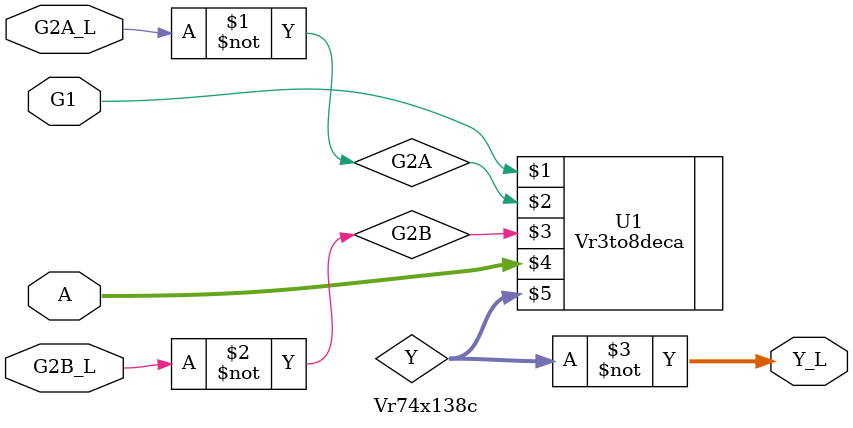
<source format=v>
module Vr74x138c(G1, G2A_L, G2B_L, A, Y_L);
  input G1, G2A_L, G2B_L;
  input [2:0] A;
  output [0:7] Y_L;
  wire G2A,G2B;
  wire [0:7] Y;

  assign G2A = ~G2A_L;  // Convert inputs
  assign G2B = ~G2B_L;
  assign Y_L = ~Y;      // Convert outputs
  Vr3to8deca U1 (G1, G2A, G2B, A, Y);
endmodule
</source>
